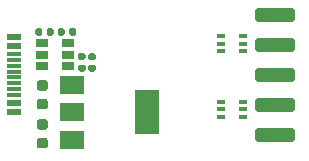
<source format=gbr>
%TF.GenerationSoftware,KiCad,Pcbnew,(5.1.6)-1*%
%TF.CreationDate,2022-01-17T15:46:57+08:00*%
%TF.ProjectId,esp32s2-uart,65737033-3273-4322-9d75-6172742e6b69,rev?*%
%TF.SameCoordinates,Original*%
%TF.FileFunction,Paste,Bot*%
%TF.FilePolarity,Positive*%
%FSLAX46Y46*%
G04 Gerber Fmt 4.6, Leading zero omitted, Abs format (unit mm)*
G04 Created by KiCad (PCBNEW (5.1.6)-1) date 2022-01-17 15:46:57*
%MOMM*%
%LPD*%
G01*
G04 APERTURE LIST*
%ADD10R,1.160000X0.600000*%
%ADD11R,1.160000X0.300000*%
%ADD12R,0.650000X0.400000*%
%ADD13R,1.060000X0.650000*%
%ADD14R,2.000000X3.800000*%
%ADD15R,2.000000X1.500000*%
G04 APERTURE END LIST*
%TO.C,R11*%
G36*
G01*
X8319000Y10777000D02*
X8319000Y10432000D01*
G75*
G02*
X8171500Y10284500I-147500J0D01*
G01*
X7876500Y10284500D01*
G75*
G02*
X7729000Y10432000I0J147500D01*
G01*
X7729000Y10777000D01*
G75*
G02*
X7876500Y10924500I147500J0D01*
G01*
X8171500Y10924500D01*
G75*
G02*
X8319000Y10777000I0J-147500D01*
G01*
G37*
G36*
G01*
X9289000Y10777000D02*
X9289000Y10432000D01*
G75*
G02*
X9141500Y10284500I-147500J0D01*
G01*
X8846500Y10284500D01*
G75*
G02*
X8699000Y10432000I0J147500D01*
G01*
X8699000Y10777000D01*
G75*
G02*
X8846500Y10924500I147500J0D01*
G01*
X9141500Y10924500D01*
G75*
G02*
X9289000Y10777000I0J-147500D01*
G01*
G37*
%TD*%
%TO.C,R10*%
G36*
G01*
X10224000Y10777000D02*
X10224000Y10432000D01*
G75*
G02*
X10076500Y10284500I-147500J0D01*
G01*
X9781500Y10284500D01*
G75*
G02*
X9634000Y10432000I0J147500D01*
G01*
X9634000Y10777000D01*
G75*
G02*
X9781500Y10924500I147500J0D01*
G01*
X10076500Y10924500D01*
G75*
G02*
X10224000Y10777000I0J-147500D01*
G01*
G37*
G36*
G01*
X11194000Y10777000D02*
X11194000Y10432000D01*
G75*
G02*
X11046500Y10284500I-147500J0D01*
G01*
X10751500Y10284500D01*
G75*
G02*
X10604000Y10432000I0J147500D01*
G01*
X10604000Y10777000D01*
G75*
G02*
X10751500Y10924500I147500J0D01*
G01*
X11046500Y10924500D01*
G75*
G02*
X11194000Y10777000I0J-147500D01*
G01*
G37*
%TD*%
D10*
%TO.C,J2*%
X5961200Y10200000D03*
X5961200Y9400000D03*
X5961200Y10200000D03*
X5961200Y9400000D03*
X5961200Y3800000D03*
X5961200Y3800000D03*
X5961200Y4600000D03*
X5961200Y4600000D03*
D11*
X5961200Y8750000D03*
X5961200Y7750000D03*
X5961200Y8250000D03*
X5961200Y5750000D03*
X5961200Y5250000D03*
X5961200Y7250000D03*
X5961200Y6750000D03*
X5961200Y6250000D03*
%TD*%
D12*
%TO.C,D5*%
X23434000Y8951200D03*
X23434000Y10251200D03*
X25334000Y9601200D03*
X23434000Y9601200D03*
X25334000Y10251200D03*
X25334000Y8951200D03*
%TD*%
%TO.C,D4*%
X23434000Y3414000D03*
X23434000Y4714000D03*
X25334000Y4064000D03*
X23434000Y4064000D03*
X25334000Y4714000D03*
X25334000Y3414000D03*
%TD*%
D13*
%TO.C,U2*%
X8348800Y7736800D03*
X8348800Y8686800D03*
X8348800Y9636800D03*
X10548800Y9636800D03*
X10548800Y7736800D03*
X10548800Y8686800D03*
%TD*%
%TO.C,J3*%
G36*
G01*
X26356000Y1579600D02*
X26356000Y2179600D01*
G75*
G02*
X26656000Y2479600I300000J0D01*
G01*
X29456000Y2479600D01*
G75*
G02*
X29756000Y2179600I0J-300000D01*
G01*
X29756000Y1579600D01*
G75*
G02*
X29456000Y1279600I-300000J0D01*
G01*
X26656000Y1279600D01*
G75*
G02*
X26356000Y1579600I0J300000D01*
G01*
G37*
G36*
G01*
X26356000Y4119600D02*
X26356000Y4719600D01*
G75*
G02*
X26656000Y5019600I300000J0D01*
G01*
X29456000Y5019600D01*
G75*
G02*
X29756000Y4719600I0J-300000D01*
G01*
X29756000Y4119600D01*
G75*
G02*
X29456000Y3819600I-300000J0D01*
G01*
X26656000Y3819600D01*
G75*
G02*
X26356000Y4119600I0J300000D01*
G01*
G37*
G36*
G01*
X26356000Y6659600D02*
X26356000Y7259600D01*
G75*
G02*
X26656000Y7559600I300000J0D01*
G01*
X29456000Y7559600D01*
G75*
G02*
X29756000Y7259600I0J-300000D01*
G01*
X29756000Y6659600D01*
G75*
G02*
X29456000Y6359600I-300000J0D01*
G01*
X26656000Y6359600D01*
G75*
G02*
X26356000Y6659600I0J300000D01*
G01*
G37*
G36*
G01*
X26356000Y9199600D02*
X26356000Y9799600D01*
G75*
G02*
X26656000Y10099600I300000J0D01*
G01*
X29456000Y10099600D01*
G75*
G02*
X29756000Y9799600I0J-300000D01*
G01*
X29756000Y9199600D01*
G75*
G02*
X29456000Y8899600I-300000J0D01*
G01*
X26656000Y8899600D01*
G75*
G02*
X26356000Y9199600I0J300000D01*
G01*
G37*
G36*
G01*
X26356000Y11739600D02*
X26356000Y12339600D01*
G75*
G02*
X26656000Y12639600I300000J0D01*
G01*
X29456000Y12639600D01*
G75*
G02*
X29756000Y12339600I0J-300000D01*
G01*
X29756000Y11739600D01*
G75*
G02*
X29456000Y11439600I-300000J0D01*
G01*
X26656000Y11439600D01*
G75*
G02*
X26356000Y11739600I0J300000D01*
G01*
G37*
%TD*%
D14*
%TO.C,U1*%
X17196200Y3784600D03*
D15*
X10896200Y3784600D03*
X10896200Y6084600D03*
X10896200Y1484600D03*
%TD*%
%TO.C,R2*%
G36*
G01*
X12720100Y7246400D02*
X12375100Y7246400D01*
G75*
G02*
X12227600Y7393900I0J147500D01*
G01*
X12227600Y7688900D01*
G75*
G02*
X12375100Y7836400I147500J0D01*
G01*
X12720100Y7836400D01*
G75*
G02*
X12867600Y7688900I0J-147500D01*
G01*
X12867600Y7393900D01*
G75*
G02*
X12720100Y7246400I-147500J0D01*
G01*
G37*
G36*
G01*
X12720100Y8216400D02*
X12375100Y8216400D01*
G75*
G02*
X12227600Y8363900I0J147500D01*
G01*
X12227600Y8658900D01*
G75*
G02*
X12375100Y8806400I147500J0D01*
G01*
X12720100Y8806400D01*
G75*
G02*
X12867600Y8658900I0J-147500D01*
G01*
X12867600Y8363900D01*
G75*
G02*
X12720100Y8216400I-147500J0D01*
G01*
G37*
%TD*%
%TO.C,R1*%
G36*
G01*
X11856500Y7246400D02*
X11511500Y7246400D01*
G75*
G02*
X11364000Y7393900I0J147500D01*
G01*
X11364000Y7688900D01*
G75*
G02*
X11511500Y7836400I147500J0D01*
G01*
X11856500Y7836400D01*
G75*
G02*
X12004000Y7688900I0J-147500D01*
G01*
X12004000Y7393900D01*
G75*
G02*
X11856500Y7246400I-147500J0D01*
G01*
G37*
G36*
G01*
X11856500Y8216400D02*
X11511500Y8216400D01*
G75*
G02*
X11364000Y8363900I0J147500D01*
G01*
X11364000Y8658900D01*
G75*
G02*
X11511500Y8806400I147500J0D01*
G01*
X11856500Y8806400D01*
G75*
G02*
X12004000Y8658900I0J-147500D01*
G01*
X12004000Y8363900D01*
G75*
G02*
X11856500Y8216400I-147500J0D01*
G01*
G37*
%TD*%
%TO.C,C2*%
G36*
G01*
X8593250Y752800D02*
X8080750Y752800D01*
G75*
G02*
X7862000Y971550I0J218750D01*
G01*
X7862000Y1409050D01*
G75*
G02*
X8080750Y1627800I218750J0D01*
G01*
X8593250Y1627800D01*
G75*
G02*
X8812000Y1409050I0J-218750D01*
G01*
X8812000Y971550D01*
G75*
G02*
X8593250Y752800I-218750J0D01*
G01*
G37*
G36*
G01*
X8593250Y2327800D02*
X8080750Y2327800D01*
G75*
G02*
X7862000Y2546550I0J218750D01*
G01*
X7862000Y2984050D01*
G75*
G02*
X8080750Y3202800I218750J0D01*
G01*
X8593250Y3202800D01*
G75*
G02*
X8812000Y2984050I0J-218750D01*
G01*
X8812000Y2546550D01*
G75*
G02*
X8593250Y2327800I-218750J0D01*
G01*
G37*
%TD*%
%TO.C,C1*%
G36*
G01*
X8593250Y4054800D02*
X8080750Y4054800D01*
G75*
G02*
X7862000Y4273550I0J218750D01*
G01*
X7862000Y4711050D01*
G75*
G02*
X8080750Y4929800I218750J0D01*
G01*
X8593250Y4929800D01*
G75*
G02*
X8812000Y4711050I0J-218750D01*
G01*
X8812000Y4273550D01*
G75*
G02*
X8593250Y4054800I-218750J0D01*
G01*
G37*
G36*
G01*
X8593250Y5629800D02*
X8080750Y5629800D01*
G75*
G02*
X7862000Y5848550I0J218750D01*
G01*
X7862000Y6286050D01*
G75*
G02*
X8080750Y6504800I218750J0D01*
G01*
X8593250Y6504800D01*
G75*
G02*
X8812000Y6286050I0J-218750D01*
G01*
X8812000Y5848550D01*
G75*
G02*
X8593250Y5629800I-218750J0D01*
G01*
G37*
%TD*%
M02*

</source>
